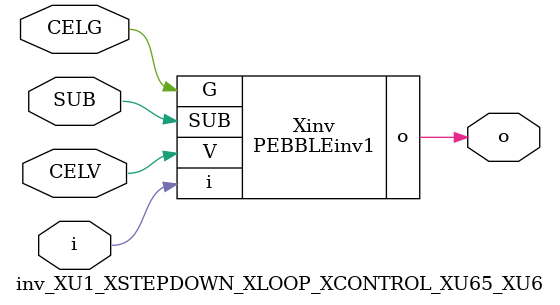
<source format=v>



module PEBBLEinv1 ( o, G, SUB, V, i );

  input V;
  input i;
  input G;
  output o;
  input SUB;
endmodule

//Celera Confidential Do Not Copy inv_XU1_XSTEPDOWN_XLOOP_XCONTROL_XU65_XU6
//Celera Confidential Symbol Generator
//5V Inverter
module inv_XU1_XSTEPDOWN_XLOOP_XCONTROL_XU65_XU6 (CELV,CELG,i,o,SUB);
input CELV;
input CELG;
input i;
input SUB;
output o;

//Celera Confidential Do Not Copy inv
PEBBLEinv1 Xinv(
.V (CELV),
.i (i),
.o (o),
.SUB (SUB),
.G (CELG)
);
//,diesize,PEBBLEinv1

//Celera Confidential Do Not Copy Module End
//Celera Schematic Generator
endmodule

</source>
